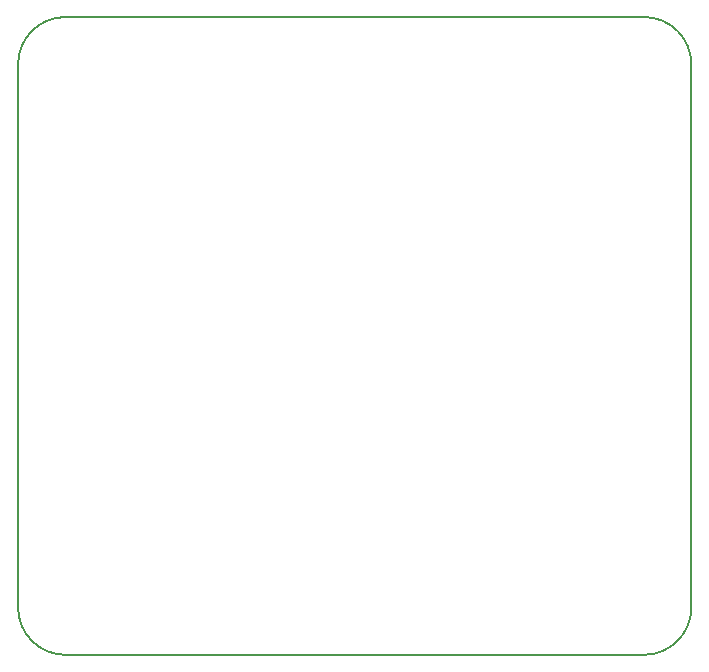
<source format=gbr>
%TF.GenerationSoftware,KiCad,Pcbnew,8.0.5*%
%TF.CreationDate,2024-10-23T09:04:43+02:00*%
%TF.ProjectId,Pojet_V-NOM_KiCAD,506f6a65-745f-4562-9d4e-4f4d5f4b6943,rev?*%
%TF.SameCoordinates,Original*%
%TF.FileFunction,Profile,NP*%
%FSLAX46Y46*%
G04 Gerber Fmt 4.6, Leading zero omitted, Abs format (unit mm)*
G04 Created by KiCad (PCBNEW 8.0.5) date 2024-10-23 09:04:43*
%MOMM*%
%LPD*%
G01*
G04 APERTURE LIST*
%TA.AperFunction,Profile*%
%ADD10C,0.200000*%
%TD*%
G04 APERTURE END LIST*
D10*
X45000000Y-41500000D02*
X94000000Y-41500000D01*
X94000000Y-95500000D02*
X45000000Y-95500000D01*
X98000000Y-45500000D02*
X98000000Y-91500000D01*
X98000000Y-91500000D02*
G75*
G02*
X94000000Y-95500000I-4000000J0D01*
G01*
X41000000Y-45500000D02*
G75*
G02*
X45000000Y-41500000I4000000J0D01*
G01*
X41000000Y-91500000D02*
X41000000Y-45500000D01*
X94000000Y-41500000D02*
G75*
G02*
X98000000Y-45500000I0J-4000000D01*
G01*
X45000000Y-95500000D02*
G75*
G02*
X41000000Y-91500000I0J4000000D01*
G01*
M02*

</source>
